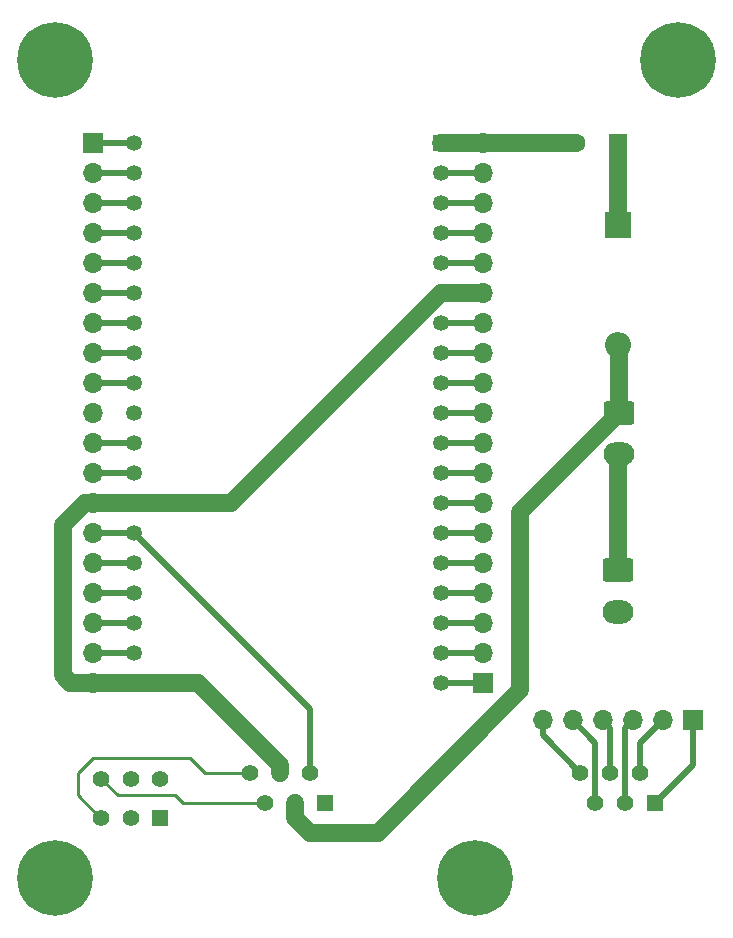
<source format=gtl>
%TF.GenerationSoftware,KiCad,Pcbnew,7.0.10*%
%TF.CreationDate,2024-03-27T14:16:48+01:00*%
%TF.ProjectId,carte pami,63617274-6520-4706-916d-692e6b696361,rev?*%
%TF.SameCoordinates,Original*%
%TF.FileFunction,Copper,L1,Top*%
%TF.FilePolarity,Positive*%
%FSLAX46Y46*%
G04 Gerber Fmt 4.6, Leading zero omitted, Abs format (unit mm)*
G04 Created by KiCad (PCBNEW 7.0.10) date 2024-03-27 14:16:48*
%MOMM*%
%LPD*%
G01*
G04 APERTURE LIST*
G04 Aperture macros list*
%AMRoundRect*
0 Rectangle with rounded corners*
0 $1 Rounding radius*
0 $2 $3 $4 $5 $6 $7 $8 $9 X,Y pos of 4 corners*
0 Add a 4 corners polygon primitive as box body*
4,1,4,$2,$3,$4,$5,$6,$7,$8,$9,$2,$3,0*
0 Add four circle primitives for the rounded corners*
1,1,$1+$1,$2,$3*
1,1,$1+$1,$4,$5*
1,1,$1+$1,$6,$7*
1,1,$1+$1,$8,$9*
0 Add four rect primitives between the rounded corners*
20,1,$1+$1,$2,$3,$4,$5,0*
20,1,$1+$1,$4,$5,$6,$7,0*
20,1,$1+$1,$6,$7,$8,$9,0*
20,1,$1+$1,$8,$9,$2,$3,0*%
G04 Aperture macros list end*
%TA.AperFunction,ComponentPad*%
%ADD10R,1.600000X1.600000*%
%TD*%
%TA.AperFunction,ComponentPad*%
%ADD11C,1.600000*%
%TD*%
%TA.AperFunction,ComponentPad*%
%ADD12RoundRect,0.250000X-1.050000X0.750000X-1.050000X-0.750000X1.050000X-0.750000X1.050000X0.750000X0*%
%TD*%
%TA.AperFunction,ComponentPad*%
%ADD13O,2.600000X2.000000*%
%TD*%
%TA.AperFunction,ComponentPad*%
%ADD14C,6.400000*%
%TD*%
%TA.AperFunction,ComponentPad*%
%ADD15R,1.700000X1.700000*%
%TD*%
%TA.AperFunction,ComponentPad*%
%ADD16O,1.700000X1.700000*%
%TD*%
%TA.AperFunction,ComponentPad*%
%ADD17R,1.408000X1.408000*%
%TD*%
%TA.AperFunction,ComponentPad*%
%ADD18C,1.408000*%
%TD*%
%TA.AperFunction,ComponentPad*%
%ADD19R,1.350000X1.350000*%
%TD*%
%TA.AperFunction,ComponentPad*%
%ADD20C,1.350000*%
%TD*%
%TA.AperFunction,ComponentPad*%
%ADD21R,2.200000X2.200000*%
%TD*%
%TA.AperFunction,ComponentPad*%
%ADD22O,2.200000X2.200000*%
%TD*%
%TA.AperFunction,ComponentPad*%
%ADD23R,1.400000X1.400000*%
%TD*%
%TA.AperFunction,ComponentPad*%
%ADD24C,1.400000*%
%TD*%
%TA.AperFunction,Conductor*%
%ADD25C,1.500000*%
%TD*%
%TA.AperFunction,Conductor*%
%ADD26C,0.250000*%
%TD*%
%TA.AperFunction,Conductor*%
%ADD27C,0.500000*%
%TD*%
G04 APERTURE END LIST*
D10*
%TO.P,C1,1*%
%TO.N,Net-(D1-K)*%
X145415000Y-53340000D03*
D11*
%TO.P,C1,2*%
%TO.N,5v*%
X141915000Y-53340000D03*
%TD*%
D12*
%TO.P,J2,1,Pin_1*%
%TO.N,Net-(J2-Pin_1)*%
X145415000Y-89535000D03*
D13*
%TO.P,J2,2,Pin_2*%
%TO.N,GND*%
X145415000Y-93035000D03*
%TD*%
D14*
%TO.P,H2,1*%
%TO.N,N/C*%
X150495000Y-46355000D03*
%TD*%
D15*
%TO.P,J5,1,Pin_1*%
%TO.N,Net-(J5-Pin_1)*%
X151765000Y-102235000D03*
D16*
%TO.P,J5,2,Pin_2*%
%TO.N,Net-(J5-Pin_2)*%
X149225000Y-102235000D03*
%TO.P,J5,3,Pin_3*%
%TO.N,Net-(J5-Pin_3)*%
X146685000Y-102235000D03*
%TO.P,J5,4,Pin_4*%
%TO.N,Net-(J5-Pin_4)*%
X144145000Y-102235000D03*
%TO.P,J5,5,Pin_5*%
%TO.N,Net-(J5-Pin_5)*%
X141605000Y-102235000D03*
%TO.P,J5,6,Pin_6*%
%TO.N,Net-(J5-Pin_6)*%
X139065000Y-102235000D03*
%TD*%
D15*
%TO.P,J6,1,Pin_1*%
%TO.N,CLK*%
X100965000Y-53340000D03*
D16*
%TO.P,J6,2,Pin_2*%
%TO.N,SD0*%
X100965000Y-55880000D03*
%TO.P,J6,3,Pin_3*%
%TO.N,SD1*%
X100965000Y-58420000D03*
%TO.P,J6,4,Pin_4*%
%TO.N,G15*%
X100965000Y-60960000D03*
%TO.P,J6,5,Pin_5*%
%TO.N,G2*%
X100965000Y-63500000D03*
%TO.P,J6,6,Pin_6*%
%TO.N,G0*%
X100965000Y-66040000D03*
%TO.P,J6,7,Pin_7*%
%TO.N,G4*%
X100965000Y-68580000D03*
%TO.P,J6,8,Pin_8*%
%TO.N,G16*%
X100965000Y-71120000D03*
%TO.P,J6,9,Pin_9*%
%TO.N,G17*%
X100965000Y-73660000D03*
%TO.P,J6,10,Pin_10*%
%TO.N,G5*%
X100965000Y-76200000D03*
%TO.P,J6,11,Pin_11*%
%TO.N,G18*%
X100965000Y-78740000D03*
%TO.P,J6,12,Pin_12*%
%TO.N,G19*%
X100965000Y-81280000D03*
%TO.P,J6,13,Pin_13*%
%TO.N,GND*%
X100965000Y-83820000D03*
%TO.P,J6,14,Pin_14*%
%TO.N,G21*%
X100965000Y-86360000D03*
%TO.P,J6,15,Pin_15*%
%TO.N,RXD1*%
X100965000Y-88900000D03*
%TO.P,J6,16,Pin_16*%
%TO.N,TXD1*%
X100965000Y-91440000D03*
%TO.P,J6,17,Pin_17*%
%TO.N,G22*%
X100965000Y-93980000D03*
%TO.P,J6,18,Pin_18*%
%TO.N,G23*%
X100965000Y-96520000D03*
%TO.P,J6,19,Pin_19*%
%TO.N,GND*%
X100965000Y-99060000D03*
%TD*%
D17*
%TO.P,J1,1*%
%TO.N,G22*%
X120645000Y-109220000D03*
D18*
%TO.P,J1,2*%
%TO.N,G21*%
X119375000Y-106680000D03*
%TO.P,J1,3*%
%TO.N,V-M*%
X118105000Y-109220000D03*
%TO.P,J1,4*%
%TO.N,GND*%
X116835000Y-106680000D03*
%TO.P,J1,5*%
%TO.N,TXD*%
X115565000Y-109220000D03*
%TO.P,J1,6*%
%TO.N,RXD*%
X114295000Y-106680000D03*
%TD*%
D14*
%TO.P,H1,1*%
%TO.N,N/C*%
X97790000Y-46355000D03*
%TD*%
D17*
%TO.P,J4,1*%
%TO.N,Net-(J5-Pin_1)*%
X148585000Y-109210000D03*
D18*
%TO.P,J4,2*%
%TO.N,Net-(J5-Pin_2)*%
X147315000Y-106670000D03*
%TO.P,J4,3*%
%TO.N,Net-(J5-Pin_3)*%
X146045000Y-109210000D03*
%TO.P,J4,4*%
%TO.N,Net-(J5-Pin_4)*%
X144775000Y-106670000D03*
%TO.P,J4,5*%
%TO.N,Net-(J5-Pin_5)*%
X143505000Y-109210000D03*
%TO.P,J4,6*%
%TO.N,Net-(J5-Pin_6)*%
X142235000Y-106670000D03*
%TD*%
D12*
%TO.P,J3,1,Pin_1*%
%TO.N,V-M*%
X145515000Y-76205000D03*
D13*
%TO.P,J3,2,Pin_2*%
%TO.N,Net-(J2-Pin_1)*%
X145515000Y-79705000D03*
%TD*%
D19*
%TO.P,U1,J4_1,GND_J4_1*%
%TO.N,GND*%
X104475000Y-99060000D03*
D20*
%TO.P,U1,J4_2,G23*%
%TO.N,G23*%
X104475000Y-96520000D03*
%TO.P,U1,J4_3,G22*%
%TO.N,G22*%
X104475000Y-93980000D03*
%TO.P,U1,J4_4,TXD*%
%TO.N,TXD1*%
X104475000Y-91440000D03*
%TO.P,U1,J4_5,RXD*%
%TO.N,RXD1*%
X104475000Y-88900000D03*
%TO.P,U1,J4_6,G21*%
%TO.N,G21*%
X104475000Y-86360000D03*
%TO.P,U1,J4_7,GND_J4_7*%
%TO.N,GND*%
X104475000Y-83820000D03*
%TO.P,U1,J4_8,G19*%
%TO.N,G19*%
X104475000Y-81280000D03*
%TO.P,U1,J4_9,G18*%
%TO.N,G18*%
X104475000Y-78740000D03*
%TO.P,U1,J4_10,G5*%
%TO.N,G5*%
X104475000Y-76200000D03*
%TO.P,U1,J4_11,G17*%
%TO.N,G17*%
X104475000Y-73660000D03*
%TO.P,U1,J4_12,G16*%
%TO.N,G16*%
X104475000Y-71120000D03*
%TO.P,U1,J4_13,G4*%
%TO.N,G4*%
X104475000Y-68580000D03*
%TO.P,U1,J4_14,G0*%
%TO.N,G0*%
X104475000Y-66040000D03*
%TO.P,U1,J4_15,G2*%
%TO.N,G2*%
X104475000Y-63500000D03*
%TO.P,U1,J4_16,G15*%
%TO.N,G15*%
X104475000Y-60960000D03*
%TO.P,U1,J4_17,SD1*%
%TO.N,SD1*%
X104475000Y-58420000D03*
%TO.P,U1,J4_18,SD0*%
%TO.N,SD0*%
X104475000Y-55880000D03*
%TO.P,U1,J4_19,CLK*%
%TO.N,CLK*%
X104475000Y-53340000D03*
D19*
%TO.P,U1,J5_1,5V*%
%TO.N,5v*%
X130475000Y-53340000D03*
D20*
%TO.P,U1,J5_2,CMD*%
%TO.N,CMD*%
X130475000Y-55880000D03*
%TO.P,U1,J5_3,SD3*%
%TO.N,SD3*%
X130475000Y-58420000D03*
%TO.P,U1,J5_4,SD2*%
%TO.N,SD2*%
X130475000Y-60960000D03*
%TO.P,U1,J5_5,G13*%
%TO.N,G13*%
X130475000Y-63500000D03*
%TO.P,U1,J5_6,GND_J5_6*%
%TO.N,GND*%
X130475000Y-66040000D03*
%TO.P,U1,J5_7,G12*%
%TO.N,G12*%
X130475000Y-68580000D03*
%TO.P,U1,J5_8,G14*%
%TO.N,G14*%
X130475000Y-71120000D03*
%TO.P,U1,J5_9,G27*%
%TO.N,G27*%
X130475000Y-73660000D03*
%TO.P,U1,J5_10,G26*%
%TO.N,G26*%
X130475000Y-76200000D03*
%TO.P,U1,J5_11,G25*%
%TO.N,G25*%
X130475000Y-78740000D03*
%TO.P,U1,J5_12,G33*%
%TO.N,G33*%
X130475000Y-81280000D03*
%TO.P,U1,J5_13,G32*%
%TO.N,G32*%
X130475000Y-83820000D03*
%TO.P,U1,J5_14,G35*%
%TO.N,G35*%
X130475000Y-86360000D03*
%TO.P,U1,J5_15,G34*%
%TO.N,G34*%
X130475000Y-88900000D03*
%TO.P,U1,J5_16,SN*%
%TO.N,SM*%
X130475000Y-91440000D03*
%TO.P,U1,J5_17,SP*%
%TO.N,SP*%
X130475000Y-93980000D03*
%TO.P,U1,J5_18,EN*%
%TO.N,EN*%
X130475000Y-96520000D03*
%TO.P,U1,J5_19,3V3*%
%TO.N,3v3*%
X130475000Y-99060000D03*
%TD*%
D14*
%TO.P,H4,1*%
%TO.N,N/C*%
X133350000Y-115570000D03*
%TD*%
D15*
%TO.P,J7,1,Pin_1*%
%TO.N,3v3*%
X133985000Y-99060000D03*
D16*
%TO.P,J7,2,Pin_2*%
%TO.N,EN*%
X133985000Y-96520000D03*
%TO.P,J7,3,Pin_3*%
%TO.N,SP*%
X133985000Y-93980000D03*
%TO.P,J7,4,Pin_4*%
%TO.N,SM*%
X133985000Y-91440000D03*
%TO.P,J7,5,Pin_5*%
%TO.N,G34*%
X133985000Y-88900000D03*
%TO.P,J7,6,Pin_6*%
%TO.N,G35*%
X133985000Y-86360000D03*
%TO.P,J7,7,Pin_7*%
%TO.N,G32*%
X133985000Y-83820000D03*
%TO.P,J7,8,Pin_8*%
%TO.N,G33*%
X133985000Y-81280000D03*
%TO.P,J7,9,Pin_9*%
%TO.N,G25*%
X133985000Y-78740000D03*
%TO.P,J7,10,Pin_10*%
%TO.N,G26*%
X133985000Y-76200000D03*
%TO.P,J7,11,Pin_11*%
%TO.N,G27*%
X133985000Y-73660000D03*
%TO.P,J7,12,Pin_12*%
%TO.N,G14*%
X133985000Y-71120000D03*
%TO.P,J7,13,Pin_13*%
%TO.N,G12*%
X133985000Y-68580000D03*
%TO.P,J7,14,Pin_14*%
%TO.N,GND*%
X133985000Y-66040000D03*
%TO.P,J7,15,Pin_15*%
%TO.N,G13*%
X133985000Y-63500000D03*
%TO.P,J7,16,Pin_16*%
%TO.N,SD2*%
X133985000Y-60960000D03*
%TO.P,J7,17,Pin_17*%
%TO.N,SD3*%
X133985000Y-58420000D03*
%TO.P,J7,18,Pin_18*%
%TO.N,CMD*%
X133985000Y-55880000D03*
%TO.P,J7,19,Pin_19*%
%TO.N,5v*%
X133985000Y-53340000D03*
%TD*%
D21*
%TO.P,D1,1,K*%
%TO.N,Net-(D1-K)*%
X145415000Y-60325000D03*
D22*
%TO.P,D1,2,A*%
%TO.N,V-M*%
X145415000Y-70485000D03*
%TD*%
D23*
%TO.P,SW2,1,A*%
%TO.N,unconnected-(SW2-A-Pad1)*%
X106680000Y-110490000D03*
D24*
%TO.P,SW2,2,B*%
%TO.N,TXD1*%
X104180000Y-110490000D03*
%TO.P,SW2,3,C*%
%TO.N,RXD*%
X101680000Y-110490000D03*
%TO.P,SW2,4,A*%
%TO.N,unconnected-(SW2-A-Pad4)*%
X106680000Y-107190000D03*
%TO.P,SW2,5,B*%
%TO.N,RXD1*%
X104180000Y-107190000D03*
%TO.P,SW2,6,C*%
%TO.N,TXD*%
X101680000Y-107190000D03*
%TD*%
D14*
%TO.P,H3,1*%
%TO.N,N/C*%
X97790000Y-115570000D03*
%TD*%
D25*
%TO.N,Net-(D1-K)*%
X145415000Y-60325000D02*
X145415000Y-53340000D01*
%TO.N,5v*%
X130475000Y-53340000D02*
X133985000Y-53340000D01*
X141915000Y-53340000D02*
X133985000Y-53340000D01*
%TO.N,V-M*%
X145515000Y-70585000D02*
X145515000Y-76205000D01*
X119380000Y-111760000D02*
X125095000Y-111760000D01*
X137160000Y-99695000D02*
X137160000Y-84560000D01*
X137160000Y-84560000D02*
X145515000Y-76205000D01*
X118105000Y-110485000D02*
X119380000Y-111760000D01*
X125095000Y-111760000D02*
X137160000Y-99695000D01*
X145415000Y-70485000D02*
X145515000Y-70585000D01*
X118105000Y-109220000D02*
X118105000Y-110485000D01*
D26*
%TO.N,RXD*%
X114295000Y-106680000D02*
X110490000Y-106680000D01*
X100965000Y-105410000D02*
X99695000Y-106680000D01*
X99695000Y-106680000D02*
X99695000Y-108585000D01*
X110490000Y-106680000D02*
X109220000Y-105410000D01*
X109220000Y-105410000D02*
X100965000Y-105410000D01*
X101600000Y-110490000D02*
X101680000Y-110490000D01*
X99695000Y-108585000D02*
X101600000Y-110490000D01*
%TO.N,TXD*%
X115565000Y-109220000D02*
X108585000Y-109220000D01*
X107950000Y-108585000D02*
X103075000Y-108585000D01*
X103075000Y-108585000D02*
X101680000Y-107190000D01*
X108585000Y-109220000D02*
X107950000Y-108585000D01*
D25*
%TO.N,GND*%
X109855000Y-99060000D02*
X116835000Y-106040000D01*
X104475000Y-99060000D02*
X109855000Y-99060000D01*
X98425000Y-98425000D02*
X99060000Y-99060000D01*
X130475000Y-66040000D02*
X133985000Y-66040000D01*
X116835000Y-106040000D02*
X116835000Y-106680000D01*
X100965000Y-83820000D02*
X104475000Y-83820000D01*
X99060000Y-99060000D02*
X100965000Y-99060000D01*
X98425000Y-85725000D02*
X98425000Y-98425000D01*
X104475000Y-83820000D02*
X112695000Y-83820000D01*
X100965000Y-99060000D02*
X104475000Y-99060000D01*
X100330000Y-83820000D02*
X98425000Y-85725000D01*
X112695000Y-83820000D02*
X130475000Y-66040000D01*
X100965000Y-83820000D02*
X100330000Y-83820000D01*
D27*
%TO.N,G21*%
X119375000Y-106680000D02*
X119375000Y-101260000D01*
X119375000Y-101260000D02*
X104475000Y-86360000D01*
X104475000Y-86360000D02*
X100965000Y-86360000D01*
%TO.N,G22*%
X104475000Y-93980000D02*
X100965000Y-93980000D01*
D25*
%TO.N,Net-(J2-Pin_1)*%
X145415000Y-89535000D02*
X145415000Y-79805000D01*
X145415000Y-79805000D02*
X145515000Y-79705000D01*
D27*
%TO.N,Net-(J5-Pin_1)*%
X148585000Y-109210000D02*
X151765000Y-106030000D01*
X151765000Y-106030000D02*
X151765000Y-102235000D01*
%TO.N,Net-(J5-Pin_2)*%
X147315000Y-104145000D02*
X149225000Y-102235000D01*
X147315000Y-106670000D02*
X147315000Y-104145000D01*
%TO.N,Net-(J5-Pin_3)*%
X146045000Y-102875000D02*
X146045000Y-109210000D01*
X146685000Y-102235000D02*
X146045000Y-102875000D01*
%TO.N,Net-(J5-Pin_4)*%
X144775000Y-106670000D02*
X144775000Y-102865000D01*
X144775000Y-102865000D02*
X144145000Y-102235000D01*
%TO.N,Net-(J5-Pin_5)*%
X143505000Y-104135000D02*
X143505000Y-109210000D01*
X141605000Y-102235000D02*
X143505000Y-104135000D01*
%TO.N,Net-(J5-Pin_6)*%
X142235000Y-106670000D02*
X139065000Y-103500000D01*
X139065000Y-103500000D02*
X139065000Y-102235000D01*
%TO.N,CLK*%
X104475000Y-53340000D02*
X100965000Y-53340000D01*
%TO.N,SD0*%
X100965000Y-55880000D02*
X104475000Y-55880000D01*
%TO.N,SD1*%
X104475000Y-58420000D02*
X100965000Y-58420000D01*
%TO.N,G15*%
X100965000Y-60960000D02*
X104475000Y-60960000D01*
%TO.N,G2*%
X104475000Y-63500000D02*
X100965000Y-63500000D01*
%TO.N,G0*%
X100965000Y-66040000D02*
X104475000Y-66040000D01*
%TO.N,G4*%
X104475000Y-68580000D02*
X100965000Y-68580000D01*
%TO.N,G16*%
X100965000Y-71120000D02*
X104475000Y-71120000D01*
%TO.N,G17*%
X104475000Y-73660000D02*
X100965000Y-73660000D01*
%TO.N,G18*%
X104475000Y-78740000D02*
X100965000Y-78740000D01*
%TO.N,G19*%
X100965000Y-81280000D02*
X104475000Y-81280000D01*
%TO.N,RXD1*%
X104475000Y-88900000D02*
X100965000Y-88900000D01*
%TO.N,TXD1*%
X100965000Y-91440000D02*
X104475000Y-91440000D01*
%TO.N,G23*%
X100965000Y-96520000D02*
X104475000Y-96520000D01*
%TO.N,3v3*%
X130475000Y-99060000D02*
X133985000Y-99060000D01*
%TO.N,EN*%
X130475000Y-96520000D02*
X133985000Y-96520000D01*
%TO.N,SP*%
X130475000Y-93980000D02*
X133985000Y-93980000D01*
%TO.N,SM*%
X130475000Y-91440000D02*
X133985000Y-91440000D01*
%TO.N,G34*%
X130475000Y-88900000D02*
X133985000Y-88900000D01*
%TO.N,G35*%
X130475000Y-86360000D02*
X133985000Y-86360000D01*
%TO.N,G32*%
X133985000Y-83820000D02*
X130475000Y-83820000D01*
%TO.N,G25*%
X130475000Y-78740000D02*
X133985000Y-78740000D01*
%TO.N,G26*%
X133985000Y-76200000D02*
X130475000Y-76200000D01*
%TO.N,G27*%
X130475000Y-73660000D02*
X133985000Y-73660000D01*
%TO.N,G14*%
X130475000Y-71120000D02*
X133985000Y-71120000D01*
%TO.N,G12*%
X133985000Y-68580000D02*
X130475000Y-68580000D01*
%TO.N,G13*%
X130475000Y-63500000D02*
X133985000Y-63500000D01*
%TO.N,SD2*%
X133985000Y-60960000D02*
X130475000Y-60960000D01*
%TO.N,SD3*%
X130475000Y-58420000D02*
X133985000Y-58420000D01*
%TO.N,CMD*%
X133985000Y-55880000D02*
X130475000Y-55880000D01*
%TO.N,G33*%
X130475000Y-81280000D02*
X133985000Y-81280000D01*
%TD*%
M02*

</source>
